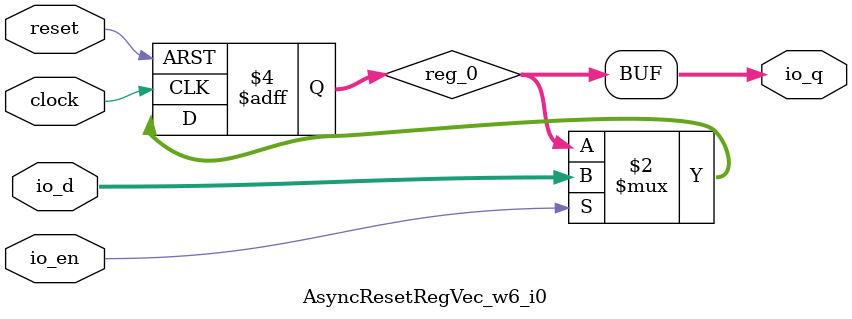
<source format=sv>

`ifndef PRINTF_COND_
  `ifdef PRINTF_COND
    `define PRINTF_COND_ (`PRINTF_COND)
  `else  // PRINTF_COND
    `define PRINTF_COND_ 1
  `endif // PRINTF_COND
`endif // not def PRINTF_COND_

// Users can define 'ASSERT_VERBOSE_COND' to add an extra gate to assert error printing.
`ifndef ASSERT_VERBOSE_COND_
  `ifdef ASSERT_VERBOSE_COND
    `define ASSERT_VERBOSE_COND_ (`ASSERT_VERBOSE_COND)
  `else  // ASSERT_VERBOSE_COND
    `define ASSERT_VERBOSE_COND_ 1
  `endif // ASSERT_VERBOSE_COND
`endif // not def ASSERT_VERBOSE_COND_

// Users can define 'STOP_COND' to add an extra gate to stop conditions.
`ifndef STOP_COND_
  `ifdef STOP_COND
    `define STOP_COND_ (`STOP_COND)
  `else  // STOP_COND
    `define STOP_COND_ 1
  `endif // STOP_COND
`endif // not def STOP_COND_

module AsyncResetRegVec_w6_i0(
  input        clock,
               reset,
  input  [5:0] io_d,
  output [5:0] io_q,
  input        io_en
);

  reg [5:0] reg_0;
  always @(posedge clock or posedge reset) begin
    if (reset)
      reg_0 <= 6'h0;
    else if (io_en)
      reg_0 <= io_d;
  end // always @(posedge, posedge)
  `ifdef ENABLE_INITIAL_REG_
    `ifdef FIRRTL_BEFORE_INITIAL
      `FIRRTL_BEFORE_INITIAL
    `endif // FIRRTL_BEFORE_INITIAL
    initial begin
      if (reset)
        reg_0 = 6'h0;
    end // initial
    `ifdef FIRRTL_AFTER_INITIAL
      `FIRRTL_AFTER_INITIAL
    `endif // FIRRTL_AFTER_INITIAL
  `endif // ENABLE_INITIAL_REG_
  assign io_q = reg_0;
endmodule


</source>
